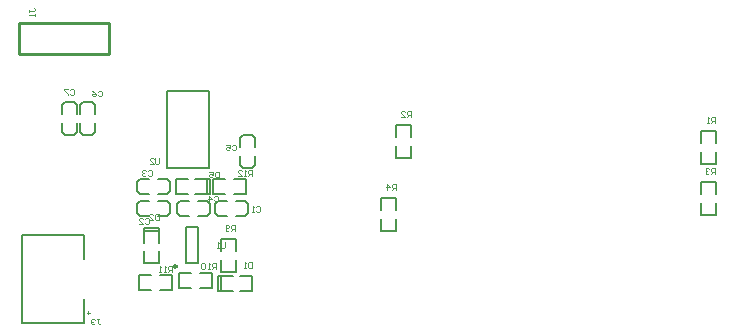
<source format=gbo>
G04*
G04 #@! TF.GenerationSoftware,Altium Limited,Altium Designer,18.1.9 (240)*
G04*
G04 Layer_Color=32896*
%FSLAX24Y24*%
%MOIN*%
G70*
G01*
G75*
%ADD10C,0.0100*%
%ADD11C,0.0080*%
%ADD12C,0.0050*%
%ADD13C,0.0060*%
%ADD14C,0.0039*%
%ADD48C,0.0098*%
%ADD49C,0.0060*%
%ADD50C,0.0079*%
D10*
X17328Y32716D02*
X20320D01*
X17328Y33751D02*
X20320D01*
X17328Y32716D02*
Y33751D01*
X20320Y32716D02*
Y33751D01*
D11*
X22252Y28926D02*
X23654D01*
Y31485D01*
X22252Y28926D02*
Y31485D01*
X23654D01*
D12*
X25100Y28900D02*
X25200Y29000D01*
Y29300D01*
X24700Y29000D02*
Y29300D01*
Y29000D02*
X24800Y28900D01*
X25100D01*
Y30000D02*
X25200Y29900D01*
Y29600D02*
Y29900D01*
X24700Y29600D02*
Y29900D01*
X24800Y30000D01*
X25100D01*
X19150D02*
X19250Y30100D01*
Y30400D01*
X18750Y30100D02*
Y30400D01*
Y30100D02*
X18850Y30000D01*
X19150D01*
Y31100D02*
X19250Y31000D01*
Y30700D02*
Y31000D01*
X18750Y30700D02*
Y31000D01*
X18850Y31100D01*
X19150D01*
X22350Y28150D02*
Y28450D01*
X22250Y28550D02*
X22350Y28450D01*
X21950Y28550D02*
X22250D01*
X21950Y28050D02*
X22250D01*
X22350Y28150D01*
X21250D02*
Y28450D01*
X21350Y28550D01*
X21650D01*
X21350Y28050D02*
X21650D01*
X21250Y28150D02*
X21350Y28050D01*
X19450Y30000D02*
X19750D01*
X19850Y30100D01*
Y30400D01*
X19350Y30100D02*
Y30400D01*
Y30100D02*
X19450Y30000D01*
Y31100D02*
X19750D01*
X19850Y31000D01*
Y30700D02*
Y31000D01*
X19350Y30700D02*
Y31000D01*
X19450Y31100D01*
X23700Y27400D02*
Y27700D01*
X23600Y27800D02*
X23700Y27700D01*
X23300Y27800D02*
X23600D01*
X23300Y27300D02*
X23600D01*
X23700Y27400D01*
X22600D02*
Y27700D01*
X22700Y27800D01*
X23000D01*
X22700Y27300D02*
X23000D01*
X22600Y27400D02*
X22700Y27300D01*
X21250Y27400D02*
Y27700D01*
Y27400D02*
X21350Y27300D01*
X21650D01*
X21350Y27800D02*
X21650D01*
X21250Y27700D02*
X21350Y27800D01*
X22350Y27400D02*
Y27700D01*
X22250Y27300D02*
X22350Y27400D01*
X21950Y27300D02*
X22250D01*
X21950Y27800D02*
X22250D01*
X22350Y27700D01*
X24850Y27800D02*
X24950Y27700D01*
X24550Y27800D02*
X24850D01*
X24550Y27300D02*
X24850D01*
X24950Y27400D01*
Y27700D01*
X23850D02*
X23950Y27800D01*
X24250D01*
X23950Y27300D02*
X24250D01*
X23850Y27400D02*
X23950Y27300D01*
X23850Y27400D02*
Y27700D01*
D13*
X23700Y28050D02*
Y28550D01*
X23200Y28050D02*
X23700D01*
X23600D02*
Y28550D01*
X22550D02*
X22950D01*
X22550Y28050D02*
X22950D01*
X23200Y28550D02*
X23700D01*
X22550Y28050D02*
Y28550D01*
X17440Y26697D02*
X19507D01*
X17440Y23744D02*
X19507D01*
X29900Y29950D02*
Y30350D01*
X30400Y29950D02*
Y30350D01*
Y29250D02*
Y29650D01*
X29900Y29250D02*
Y29650D01*
Y30350D02*
X30400D01*
X29900Y29250D02*
X30400D01*
X40550Y29050D02*
Y29450D01*
X40050Y29050D02*
Y29450D01*
Y29750D02*
Y30150D01*
X40550Y29750D02*
Y30150D01*
X40050Y29050D02*
X40550D01*
X40050Y30150D02*
X40550D01*
X40050Y28050D02*
Y28450D01*
X40550Y28050D02*
Y28450D01*
Y27350D02*
Y27750D01*
X40050Y27350D02*
Y27750D01*
Y28450D02*
X40550D01*
X40050Y27350D02*
X40550D01*
X29400Y27500D02*
Y27900D01*
X29900Y27500D02*
Y27900D01*
Y26800D02*
Y27200D01*
X29400Y26800D02*
Y27200D01*
Y27900D02*
X29900D01*
X29400Y26800D02*
X29900D01*
X23800Y28050D02*
X24200D01*
X23800Y28550D02*
X24200D01*
X24500D02*
X24900D01*
X24500Y28050D02*
X24900D01*
X23800D02*
Y28550D01*
X24900Y28050D02*
Y28550D01*
X23350Y25400D02*
X23750D01*
X23350Y24900D02*
X23750D01*
X22650D02*
X23050D01*
X22650Y25400D02*
X23050D01*
X23750Y24900D02*
Y25400D01*
X22650Y24900D02*
Y25400D01*
X21320Y24850D02*
X21720D01*
X21320Y25350D02*
X21720D01*
X22020D02*
X22420D01*
X22020Y24850D02*
X22420D01*
X21320D02*
Y25350D01*
X22420Y24850D02*
Y25350D01*
X23950Y24800D02*
Y25300D01*
X24450D01*
X24050Y24800D02*
Y25300D01*
X24700Y24800D02*
X25100D01*
X24700Y25300D02*
X25100D01*
X23950Y24800D02*
X24450D01*
X25100D02*
Y25300D01*
X24050Y25446D02*
X24550D01*
X24050Y26546D02*
X24550D01*
X24050Y25446D02*
Y25846D01*
X24550Y25446D02*
Y25846D01*
Y26146D02*
Y26546D01*
X24050Y26146D02*
Y26546D01*
X21500Y26900D02*
X22000D01*
Y26400D02*
Y26900D01*
X21500Y26800D02*
X22000D01*
X21500Y25750D02*
Y26150D01*
X22000Y25750D02*
Y26150D01*
X21500Y26400D02*
Y26900D01*
Y25750D02*
X22000D01*
D14*
X19639Y24034D02*
Y24139D01*
X19691Y24086D02*
X19586D01*
X22009Y29252D02*
Y29088D01*
X21976Y29056D01*
X21910D01*
X21877Y29088D01*
Y29252D01*
X21681Y29056D02*
X21812D01*
X21681Y29187D01*
Y29220D01*
X21713Y29252D01*
X21779D01*
X21812Y29220D01*
X24200Y26447D02*
Y26283D01*
X24167Y26250D01*
X24102D01*
X24069Y26283D01*
Y26447D01*
X24003Y26250D02*
X23938D01*
X23970D01*
Y26447D01*
X24003Y26414D01*
X25107Y28647D02*
Y28844D01*
X25009D01*
X24976Y28811D01*
Y28745D01*
X25009Y28712D01*
X25107D01*
X25042D02*
X24976Y28647D01*
X24910D02*
X24845D01*
X24878D01*
Y28844D01*
X24910Y28811D01*
X24615Y28647D02*
X24746D01*
X24615Y28778D01*
Y28811D01*
X24648Y28844D01*
X24714D01*
X24746Y28811D01*
X22420Y25450D02*
Y25647D01*
X22322D01*
X22289Y25614D01*
Y25548D01*
X22322Y25516D01*
X22420D01*
X22354D02*
X22289Y25450D01*
X22223D02*
X22158D01*
X22190D01*
Y25647D01*
X22223Y25614D01*
X22059Y25450D02*
X21994D01*
X22026D01*
Y25647D01*
X22059Y25614D01*
X23900Y25536D02*
Y25733D01*
X23802D01*
X23769Y25700D01*
Y25634D01*
X23802Y25601D01*
X23900D01*
X23834D02*
X23769Y25536D01*
X23703D02*
X23638D01*
X23670D01*
Y25733D01*
X23703Y25700D01*
X23539D02*
X23506Y25733D01*
X23441D01*
X23408Y25700D01*
Y25569D01*
X23441Y25536D01*
X23506D01*
X23539Y25569D01*
Y25700D01*
X24540Y26820D02*
Y27017D01*
X24442D01*
X24409Y26984D01*
Y26918D01*
X24442Y26886D01*
X24540D01*
X24474D02*
X24409Y26820D01*
X24343Y26853D02*
X24310Y26820D01*
X24245D01*
X24212Y26853D01*
Y26984D01*
X24245Y27017D01*
X24310D01*
X24343Y26984D01*
Y26951D01*
X24310Y26918D01*
X24212D01*
X29890Y28170D02*
Y28367D01*
X29792D01*
X29759Y28334D01*
Y28268D01*
X29792Y28236D01*
X29890D01*
X29824D02*
X29759Y28170D01*
X29595D02*
Y28367D01*
X29693Y28268D01*
X29562D01*
X40540Y28720D02*
Y28917D01*
X40442D01*
X40409Y28884D01*
Y28818D01*
X40442Y28786D01*
X40540D01*
X40474D02*
X40409Y28720D01*
X40343Y28884D02*
X40310Y28917D01*
X40245D01*
X40212Y28884D01*
Y28851D01*
X40245Y28818D01*
X40278D01*
X40245D01*
X40212Y28786D01*
Y28753D01*
X40245Y28720D01*
X40310D01*
X40343Y28753D01*
X30390Y30620D02*
Y30817D01*
X30292D01*
X30259Y30784D01*
Y30718D01*
X30292Y30686D01*
X30390D01*
X30324D02*
X30259Y30620D01*
X30062D02*
X30193D01*
X30062Y30751D01*
Y30784D01*
X30095Y30817D01*
X30160D01*
X30193Y30784D01*
X40540Y30420D02*
Y30617D01*
X40442D01*
X40409Y30584D01*
Y30518D01*
X40442Y30486D01*
X40540D01*
X40474D02*
X40409Y30420D01*
X40343D02*
X40278D01*
X40310D01*
Y30617D01*
X40343Y30584D01*
X19919Y23897D02*
X19984D01*
X19952D01*
Y23733D01*
X19984Y23700D01*
X20017D01*
X20050Y23733D01*
X19853Y23864D02*
X19820Y23897D01*
X19755D01*
X19722Y23864D01*
Y23831D01*
X19755Y23798D01*
X19788D01*
X19755D01*
X19722Y23766D01*
Y23733D01*
X19755Y23700D01*
X19820D01*
X19853Y23733D01*
X17653Y34119D02*
Y34184D01*
Y34152D01*
X17817D01*
X17850Y34184D01*
Y34217D01*
X17817Y34250D01*
X17850Y34053D02*
Y33988D01*
Y34020D01*
X17653D01*
X17686Y34053D01*
X24000Y28797D02*
Y28600D01*
X23902D01*
X23869Y28633D01*
Y28764D01*
X23902Y28797D01*
X24000D01*
X23672D02*
X23803D01*
Y28698D01*
X23738Y28731D01*
X23705D01*
X23672Y28698D01*
Y28633D01*
X23705Y28600D01*
X23770D01*
X23803Y28633D01*
X21990Y27367D02*
Y27170D01*
X21892D01*
X21859Y27203D01*
Y27334D01*
X21892Y27367D01*
X21990D01*
X21662Y27170D02*
X21793D01*
X21662Y27301D01*
Y27334D01*
X21695Y27367D01*
X21760D01*
X21793Y27334D01*
X25090Y25767D02*
Y25570D01*
X24992D01*
X24959Y25603D01*
Y25734D01*
X24992Y25767D01*
X25090D01*
X24893Y25570D02*
X24828D01*
X24860D01*
Y25767D01*
X24893Y25734D01*
X19019Y31514D02*
X19052Y31547D01*
X19117D01*
X19150Y31514D01*
Y31383D01*
X19117Y31350D01*
X19052D01*
X19019Y31383D01*
X18953Y31547D02*
X18822D01*
Y31514D01*
X18953Y31383D01*
Y31350D01*
X19959Y31464D02*
X19992Y31497D01*
X20057D01*
X20090Y31464D01*
Y31333D01*
X20057Y31300D01*
X19992D01*
X19959Y31333D01*
X19762Y31497D02*
X19828Y31464D01*
X19893Y31398D01*
Y31333D01*
X19860Y31300D01*
X19795D01*
X19762Y31333D01*
Y31366D01*
X19795Y31398D01*
X19893D01*
X24419Y29664D02*
X24452Y29697D01*
X24517D01*
X24550Y29664D01*
Y29533D01*
X24517Y29500D01*
X24452D01*
X24419Y29533D01*
X24222Y29697D02*
X24353D01*
Y29598D01*
X24288Y29631D01*
X24255D01*
X24222Y29598D01*
Y29533D01*
X24255Y29500D01*
X24320D01*
X24353Y29533D01*
X23819Y27964D02*
X23852Y27997D01*
X23917D01*
X23950Y27964D01*
Y27833D01*
X23917Y27800D01*
X23852D01*
X23819Y27833D01*
X23655Y27800D02*
Y27997D01*
X23753Y27898D01*
X23622D01*
X21619Y28814D02*
X21652Y28847D01*
X21717D01*
X21750Y28814D01*
Y28683D01*
X21717Y28650D01*
X21652D01*
X21619Y28683D01*
X21553Y28814D02*
X21520Y28847D01*
X21455D01*
X21422Y28814D01*
Y28781D01*
X21455Y28748D01*
X21488D01*
X21455D01*
X21422Y28716D01*
Y28683D01*
X21455Y28650D01*
X21520D01*
X21553Y28683D01*
X21519Y27214D02*
X21552Y27247D01*
X21617D01*
X21650Y27214D01*
Y27083D01*
X21617Y27050D01*
X21552D01*
X21519Y27083D01*
X21322Y27050D02*
X21453D01*
X21322Y27181D01*
Y27214D01*
X21355Y27247D01*
X21420D01*
X21453Y27214D01*
X25219Y27614D02*
X25252Y27647D01*
X25317D01*
X25350Y27614D01*
Y27483D01*
X25317Y27450D01*
X25252D01*
X25219Y27483D01*
X25153Y27450D02*
X25088D01*
X25120D01*
Y27647D01*
X25153Y27614D01*
D48*
X22588Y25641D02*
G03*
X22588Y25641I-49J0D01*
G01*
D49*
X19507Y25897D02*
Y26697D01*
Y23744D02*
Y24534D01*
X17440Y23744D02*
Y26697D01*
D50*
X22903Y25740D02*
X23297D01*
X22903Y26960D02*
X23297D01*
X22903Y25740D02*
Y26960D01*
X23297Y25740D02*
Y26960D01*
M02*

</source>
